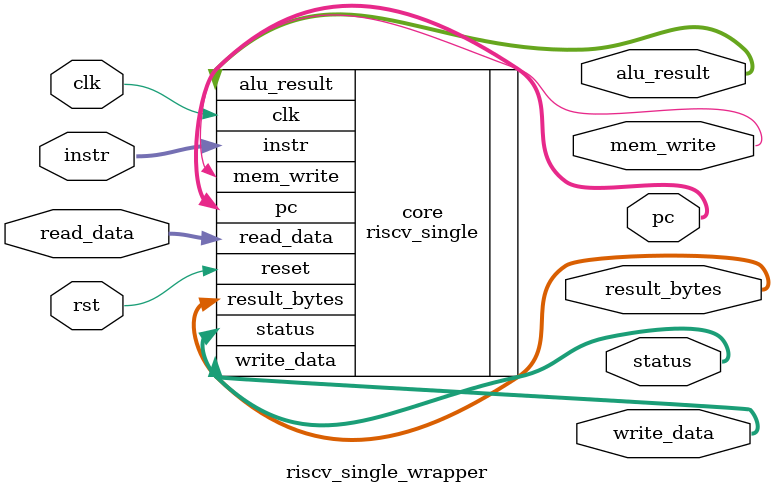
<source format=v>
module riscv_single_wrapper (
    input wire clk, rst,
    output wire [31:0] pc,
    input wire [31:0] instr,
    output wire mem_write,
    output wire [31:0] alu_result, write_data,
    input wire[31:0] read_data,
    output wire [31:0] status,
    output wire [31:0] result_bytes
);
    riscv_single core (
        .clk(clk),
        .reset(rst),
        .pc(pc),
        .instr(instr),
        .mem_write(mem_write),
        .alu_result(alu_result),
        .write_data(write_data),
        .read_data(read_data),
        .status(status),
        .result_bytes(result_bytes)
    );
endmodule
</source>
